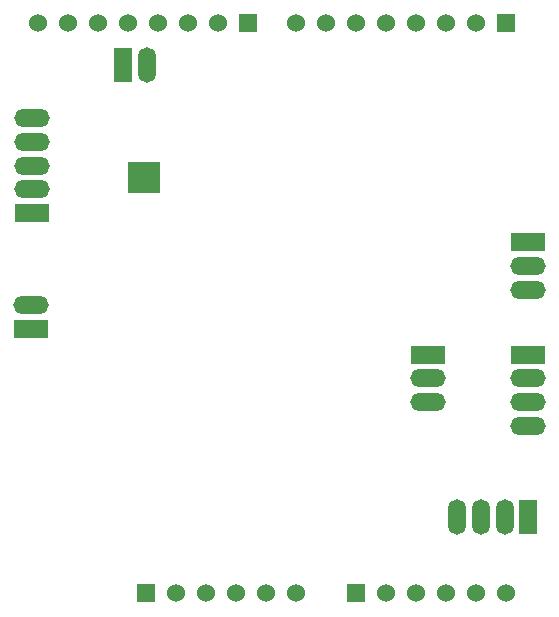
<source format=gbs>
G04 (created by PCBNEW (2013-07-07 BZR 4022)-stable) date Mon 05 Aug 2013 03:22:25 PM NZST*
%MOIN*%
G04 Gerber Fmt 3.4, Leading zero omitted, Abs format*
%FSLAX34Y34*%
G01*
G70*
G90*
G04 APERTURE LIST*
%ADD10C,0.00590551*%
%ADD11O,0.1181X0.0591*%
%ADD12R,0.1181X0.0591*%
%ADD13R,0.06X0.06*%
%ADD14C,0.06*%
%ADD15O,0.0591X0.1181*%
%ADD16R,0.0591X0.1181*%
%ADD17R,0.0531496X0.0525591*%
G04 APERTURE END LIST*
G54D10*
G54D11*
X11184Y-20393D03*
G54D12*
X11184Y-21181D03*
G54D11*
X27756Y-23622D03*
X27756Y-22835D03*
G54D12*
X27756Y-22047D03*
G54D11*
X27756Y-24409D03*
X11220Y-15748D03*
X11220Y-16535D03*
G54D12*
X11220Y-17323D03*
G54D11*
X11220Y-14961D03*
X11220Y-14173D03*
G54D13*
X27000Y-11000D03*
G54D14*
X26000Y-11000D03*
X25000Y-11000D03*
X24000Y-11000D03*
X23000Y-11000D03*
X22000Y-11000D03*
X21000Y-11000D03*
X20000Y-11000D03*
G54D13*
X22000Y-30000D03*
G54D14*
X23000Y-30000D03*
X24000Y-30000D03*
X25000Y-30000D03*
X26000Y-30000D03*
X27000Y-30000D03*
G54D13*
X15000Y-30000D03*
G54D14*
X16000Y-30000D03*
X17000Y-30000D03*
X18000Y-30000D03*
X19000Y-30000D03*
X20000Y-30000D03*
G54D13*
X18400Y-11000D03*
G54D14*
X17400Y-11000D03*
X16400Y-11000D03*
X15400Y-11000D03*
X14400Y-11000D03*
X13400Y-11000D03*
X12400Y-11000D03*
X11400Y-11000D03*
G54D15*
X26181Y-27460D03*
X26968Y-27460D03*
G54D16*
X27756Y-27460D03*
G54D15*
X25394Y-27460D03*
X15039Y-12404D03*
G54D16*
X14251Y-12404D03*
G54D17*
X14692Y-16405D03*
X15224Y-16405D03*
X15224Y-15881D03*
X14692Y-15881D03*
G54D11*
X27756Y-19881D03*
X27756Y-19094D03*
G54D12*
X27756Y-18306D03*
G54D11*
X24409Y-23621D03*
X24409Y-22834D03*
G54D12*
X24409Y-22046D03*
M02*

</source>
